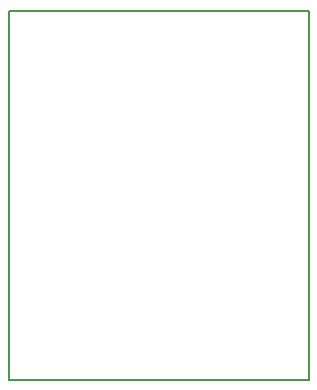
<source format=gbr>
G04 (created by PCBNEW (2013-05-31 BZR 4019)-stable) date 28/01/2014 18:03:58*
%MOIN*%
G04 Gerber Fmt 3.4, Leading zero omitted, Abs format*
%FSLAX34Y34*%
G01*
G70*
G90*
G04 APERTURE LIST*
%ADD10C,0.00590551*%
%ADD11C,0.00787402*%
G04 APERTURE END LIST*
G54D10*
G54D11*
X16500Y-19100D02*
X16500Y-6800D01*
X26500Y-19100D02*
X16500Y-19100D01*
X26500Y-6800D02*
X26500Y-19100D01*
X26500Y-6800D02*
X16500Y-6800D01*
M02*

</source>
